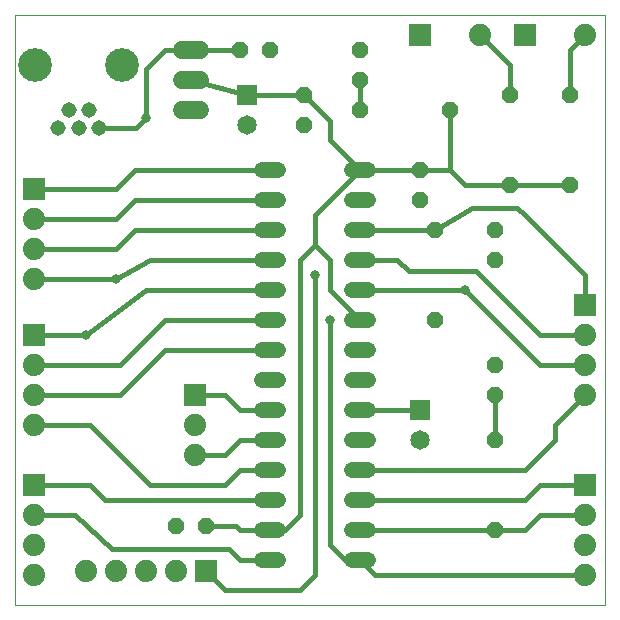
<source format=gtl>
G75*
G70*
%OFA0B0*%
%FSLAX24Y24*%
%IPPOS*%
%LPD*%
%AMOC8*
5,1,8,0,0,1.08239X$1,22.5*
%
%ADD10C,0.0000*%
%ADD11C,0.0520*%
%ADD12OC8,0.0520*%
%ADD13R,0.0740X0.0740*%
%ADD14C,0.0740*%
%ADD15C,0.0515*%
%ADD16C,0.1122*%
%ADD17R,0.0650X0.0650*%
%ADD18C,0.0650*%
%ADD19C,0.0600*%
%ADD20C,0.0160*%
%ADD21C,0.0317*%
D10*
X000181Y000685D02*
X000181Y020370D01*
X019866Y020370D01*
X019866Y000685D01*
X000181Y000685D01*
D11*
X008421Y002185D02*
X008941Y002185D01*
X008941Y003185D02*
X008421Y003185D01*
X008421Y004185D02*
X008941Y004185D01*
X008941Y005185D02*
X008421Y005185D01*
X008421Y006185D02*
X008941Y006185D01*
X008941Y007185D02*
X008421Y007185D01*
X008421Y008185D02*
X008941Y008185D01*
X008941Y009185D02*
X008421Y009185D01*
X008421Y010185D02*
X008941Y010185D01*
X008941Y011185D02*
X008421Y011185D01*
X008421Y012185D02*
X008941Y012185D01*
X008941Y013185D02*
X008421Y013185D01*
X008421Y014185D02*
X008941Y014185D01*
X008941Y015185D02*
X008421Y015185D01*
X011421Y015185D02*
X011941Y015185D01*
X011941Y014185D02*
X011421Y014185D01*
X011421Y013185D02*
X011941Y013185D01*
X011941Y012185D02*
X011421Y012185D01*
X011421Y011185D02*
X011941Y011185D01*
X011941Y010185D02*
X011421Y010185D01*
X011421Y009185D02*
X011941Y009185D01*
X011941Y008185D02*
X011421Y008185D01*
X011421Y007185D02*
X011941Y007185D01*
X011941Y006185D02*
X011421Y006185D01*
X011421Y005185D02*
X011941Y005185D01*
X011941Y004185D02*
X011421Y004185D01*
X011421Y003185D02*
X011941Y003185D01*
X011941Y002185D02*
X011421Y002185D01*
D12*
X016181Y003185D03*
X016181Y006185D03*
X016181Y007685D03*
X016181Y008685D03*
X014181Y010185D03*
X016181Y012185D03*
X016181Y013185D03*
X016681Y014685D03*
X018681Y014685D03*
X018681Y017685D03*
X016681Y017685D03*
X014681Y017185D03*
X013681Y015185D03*
X013681Y014185D03*
X014181Y013185D03*
X011681Y017185D03*
X011681Y018185D03*
X011681Y019185D03*
X009806Y017685D03*
X009806Y016685D03*
X008681Y019185D03*
X007681Y019185D03*
X006556Y003310D03*
X005556Y003310D03*
D13*
X006556Y001810D03*
X006181Y007685D03*
X000806Y009685D03*
X000806Y014560D03*
X000806Y004685D03*
X013681Y019685D03*
X017181Y019685D03*
X019181Y010685D03*
X019181Y004685D03*
D14*
X019181Y003685D03*
X019181Y002685D03*
X019181Y001685D03*
X019181Y007685D03*
X019181Y008685D03*
X019181Y009685D03*
X019181Y019685D03*
X015681Y019685D03*
X006181Y006685D03*
X006181Y005685D03*
X005556Y001810D03*
X004556Y001810D03*
X003556Y001810D03*
X002556Y001810D03*
X000806Y001685D03*
X000806Y002685D03*
X000806Y003685D03*
X000806Y006685D03*
X000806Y007685D03*
X000806Y008685D03*
X000806Y011560D03*
X000806Y012560D03*
X000806Y013560D03*
D15*
X001606Y016585D03*
X001976Y017205D03*
X002306Y016585D03*
X002976Y016585D03*
X002666Y017205D03*
D16*
X003743Y018685D03*
X000869Y018685D03*
D17*
X007931Y017685D03*
X013681Y007185D03*
D18*
X013681Y006185D03*
X007931Y016685D03*
D19*
X006356Y017185D02*
X005756Y017185D01*
X005756Y018185D02*
X006356Y018185D01*
X006356Y019185D02*
X005756Y019185D01*
D20*
X006056Y019185D02*
X005181Y019185D01*
X004556Y018560D01*
X004556Y016935D01*
X004206Y016585D01*
X002976Y016585D01*
X004181Y015185D02*
X008681Y015185D01*
X008681Y014185D02*
X004181Y014185D01*
X003556Y013560D01*
X000806Y013560D01*
X000806Y012560D02*
X003556Y012560D01*
X004181Y013185D01*
X008681Y013185D01*
X008681Y012185D02*
X004681Y012185D01*
X003556Y011560D01*
X000806Y011560D01*
X000806Y009685D02*
X002556Y009685D01*
X004556Y011185D01*
X008681Y011185D01*
X008681Y010185D02*
X005181Y010185D01*
X003681Y008685D01*
X000806Y008685D01*
X000806Y007685D02*
X003681Y007685D01*
X005181Y009185D01*
X008681Y009185D01*
X010181Y010685D02*
X010181Y011685D01*
X009681Y012185D02*
X009681Y004185D01*
X009681Y003685D01*
X009181Y003185D01*
X008681Y003185D01*
X007681Y003185D01*
X007556Y003310D01*
X006556Y003310D01*
X007306Y002560D02*
X007681Y002185D01*
X008681Y002185D01*
X009681Y001185D02*
X010181Y001685D01*
X010181Y010685D01*
X010681Y010185D02*
X010681Y002685D01*
X011181Y002185D01*
X011681Y002185D01*
X012181Y001685D01*
X019181Y001685D01*
X019181Y003685D02*
X017681Y003685D01*
X017181Y003185D01*
X016181Y003185D01*
X011681Y003185D01*
X011681Y004185D02*
X017181Y004185D01*
X017681Y004685D01*
X019181Y004685D01*
X018181Y006185D02*
X018181Y006685D01*
X018681Y007185D01*
X019181Y007685D01*
X019181Y008685D02*
X017681Y008685D01*
X015181Y011185D01*
X011681Y011185D01*
X010681Y011185D02*
X010681Y012185D01*
X010181Y012685D01*
X010181Y013685D01*
X011681Y015185D01*
X010681Y016185D01*
X011681Y015185D01*
X013681Y015185D01*
X014681Y015185D01*
X014681Y017185D01*
X016681Y017685D02*
X016681Y018685D01*
X015681Y019685D01*
X018681Y019185D02*
X018681Y017685D01*
X018681Y019185D02*
X019181Y019685D01*
X014681Y015185D02*
X015181Y014685D01*
X016681Y014685D01*
X018681Y014685D01*
X017181Y013685D02*
X019181Y011685D01*
X019181Y010685D01*
X019181Y009685D02*
X017681Y009685D01*
X015556Y011810D01*
X013306Y011810D01*
X012931Y012185D01*
X011681Y012185D01*
X011681Y013185D02*
X014181Y013185D01*
X015431Y013935D01*
X016931Y013935D01*
X017181Y013685D01*
X011681Y010185D02*
X010681Y011185D01*
X009681Y012185D02*
X010181Y012685D01*
X010681Y016185D02*
X010681Y016810D01*
X009806Y017685D01*
X007931Y017685D01*
X006056Y018185D01*
X006056Y019185D02*
X006681Y019185D01*
X007681Y019185D01*
X004181Y015185D02*
X003556Y014560D01*
X000806Y014560D01*
X006181Y007685D02*
X007181Y007685D01*
X007681Y007185D01*
X008681Y007185D01*
X008681Y006185D02*
X007681Y006185D01*
X007181Y005685D01*
X006181Y005685D01*
X007181Y004685D02*
X004681Y004685D01*
X002681Y006685D01*
X000806Y006685D01*
X000806Y004685D02*
X002681Y004685D01*
X003181Y004185D01*
X008681Y004185D01*
X008681Y005185D02*
X007681Y005185D01*
X007181Y004685D01*
X007306Y002560D02*
X003431Y002560D01*
X002181Y003685D01*
X000806Y003685D01*
X006556Y001810D02*
X007181Y001185D01*
X009681Y001185D01*
X011681Y005185D02*
X017181Y005185D01*
X018181Y006185D01*
X016181Y006185D02*
X016181Y007685D01*
X013681Y007185D02*
X011681Y007185D01*
X011681Y017185D02*
X011681Y018185D01*
D21*
X010181Y011685D03*
X010681Y010185D03*
X015181Y011185D03*
X004556Y016935D03*
X003556Y011560D03*
X002556Y009685D03*
M02*

</source>
